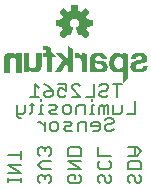
<source format=gbr>
G04 EAGLE Gerber RS-274X export*
G75*
%MOMM*%
%FSLAX34Y34*%
%LPD*%
%INSilkscreen Bottom*%
%IPPOS*%
%AMOC8*
5,1,8,0,0,1.08239X$1,22.5*%
G01*
%ADD10C,0.203200*%
%ADD11C,0.025400*%

G36*
X85520Y149371D02*
X85520Y149371D01*
X85628Y149381D01*
X85641Y149387D01*
X85655Y149389D01*
X85752Y149437D01*
X85851Y149482D01*
X85864Y149493D01*
X85873Y149497D01*
X85888Y149513D01*
X85965Y149575D01*
X88550Y152160D01*
X88613Y152249D01*
X88679Y152334D01*
X88684Y152347D01*
X88692Y152359D01*
X88723Y152462D01*
X88759Y152565D01*
X88759Y152579D01*
X88763Y152592D01*
X88759Y152700D01*
X88760Y152809D01*
X88755Y152822D01*
X88755Y152836D01*
X88717Y152938D01*
X88682Y153040D01*
X88673Y153055D01*
X88669Y153064D01*
X88655Y153081D01*
X88601Y153163D01*
X85837Y156553D01*
X86394Y157635D01*
X86400Y157655D01*
X86442Y157750D01*
X86813Y158909D01*
X91164Y159352D01*
X91268Y159380D01*
X91374Y159405D01*
X91386Y159412D01*
X91399Y159415D01*
X91489Y159476D01*
X91582Y159533D01*
X91590Y159544D01*
X91602Y159552D01*
X91668Y159638D01*
X91737Y159722D01*
X91741Y159735D01*
X91750Y159746D01*
X91784Y159849D01*
X91823Y159950D01*
X91824Y159968D01*
X91828Y159977D01*
X91828Y159999D01*
X91837Y160097D01*
X91837Y163753D01*
X91820Y163860D01*
X91806Y163968D01*
X91800Y163980D01*
X91798Y163994D01*
X91746Y164090D01*
X91699Y164187D01*
X91689Y164197D01*
X91683Y164209D01*
X91603Y164283D01*
X91527Y164360D01*
X91515Y164366D01*
X91505Y164376D01*
X91406Y164421D01*
X91309Y164469D01*
X91291Y164473D01*
X91282Y164477D01*
X91261Y164479D01*
X91164Y164498D01*
X86813Y164941D01*
X86442Y166100D01*
X86433Y166118D01*
X86431Y166125D01*
X86427Y166132D01*
X86394Y166215D01*
X85837Y167297D01*
X88601Y170687D01*
X88655Y170781D01*
X88712Y170873D01*
X88715Y170886D01*
X88722Y170898D01*
X88743Y171005D01*
X88768Y171110D01*
X88766Y171124D01*
X88769Y171138D01*
X88754Y171245D01*
X88744Y171353D01*
X88738Y171366D01*
X88736Y171380D01*
X88688Y171477D01*
X88643Y171576D01*
X88632Y171589D01*
X88628Y171598D01*
X88612Y171613D01*
X88550Y171690D01*
X85965Y174275D01*
X85876Y174338D01*
X85791Y174404D01*
X85778Y174409D01*
X85766Y174417D01*
X85663Y174448D01*
X85560Y174484D01*
X85546Y174484D01*
X85533Y174488D01*
X85425Y174484D01*
X85316Y174485D01*
X85303Y174480D01*
X85289Y174480D01*
X85187Y174442D01*
X85085Y174407D01*
X85070Y174398D01*
X85061Y174394D01*
X85044Y174380D01*
X84962Y174326D01*
X81572Y171562D01*
X80490Y172119D01*
X80470Y172125D01*
X80375Y172167D01*
X79216Y172538D01*
X78773Y176889D01*
X78745Y176993D01*
X78720Y177099D01*
X78713Y177111D01*
X78710Y177124D01*
X78649Y177214D01*
X78592Y177307D01*
X78581Y177315D01*
X78573Y177327D01*
X78487Y177393D01*
X78403Y177462D01*
X78390Y177466D01*
X78379Y177475D01*
X78276Y177509D01*
X78175Y177548D01*
X78157Y177549D01*
X78148Y177553D01*
X78126Y177553D01*
X78028Y177562D01*
X74372Y177562D01*
X74265Y177545D01*
X74157Y177531D01*
X74145Y177525D01*
X74131Y177523D01*
X74035Y177471D01*
X73938Y177424D01*
X73928Y177414D01*
X73916Y177408D01*
X73842Y177328D01*
X73765Y177252D01*
X73759Y177240D01*
X73749Y177230D01*
X73704Y177131D01*
X73656Y177034D01*
X73652Y177016D01*
X73648Y177007D01*
X73646Y176986D01*
X73627Y176889D01*
X73184Y172538D01*
X72025Y172167D01*
X72007Y172157D01*
X71910Y172119D01*
X70828Y171562D01*
X67438Y174326D01*
X67344Y174380D01*
X67252Y174437D01*
X67239Y174440D01*
X67227Y174447D01*
X67120Y174468D01*
X67015Y174493D01*
X67001Y174491D01*
X66987Y174494D01*
X66880Y174479D01*
X66772Y174469D01*
X66759Y174463D01*
X66746Y174461D01*
X66648Y174413D01*
X66549Y174368D01*
X66536Y174357D01*
X66527Y174353D01*
X66512Y174337D01*
X66435Y174275D01*
X63850Y171690D01*
X63787Y171601D01*
X63721Y171516D01*
X63716Y171503D01*
X63708Y171491D01*
X63677Y171388D01*
X63641Y171285D01*
X63641Y171271D01*
X63637Y171258D01*
X63641Y171150D01*
X63640Y171041D01*
X63645Y171028D01*
X63645Y171014D01*
X63683Y170912D01*
X63718Y170810D01*
X63727Y170795D01*
X63731Y170786D01*
X63745Y170769D01*
X63799Y170687D01*
X66563Y167297D01*
X66006Y166215D01*
X66000Y166195D01*
X65958Y166100D01*
X65587Y164941D01*
X61236Y164498D01*
X61132Y164470D01*
X61026Y164445D01*
X61014Y164438D01*
X61001Y164435D01*
X60911Y164374D01*
X60818Y164317D01*
X60810Y164306D01*
X60798Y164298D01*
X60732Y164212D01*
X60664Y164128D01*
X60659Y164115D01*
X60650Y164104D01*
X60616Y164001D01*
X60577Y163900D01*
X60576Y163882D01*
X60572Y163873D01*
X60573Y163851D01*
X60563Y163753D01*
X60563Y160097D01*
X60580Y159990D01*
X60594Y159882D01*
X60600Y159870D01*
X60602Y159856D01*
X60654Y159760D01*
X60701Y159663D01*
X60711Y159653D01*
X60717Y159641D01*
X60797Y159567D01*
X60873Y159490D01*
X60885Y159484D01*
X60896Y159474D01*
X60994Y159429D01*
X61091Y159381D01*
X61109Y159377D01*
X61118Y159373D01*
X61139Y159371D01*
X61236Y159352D01*
X65587Y158909D01*
X65958Y157750D01*
X65968Y157732D01*
X66006Y157635D01*
X66563Y156553D01*
X63799Y153163D01*
X63745Y153069D01*
X63688Y152977D01*
X63685Y152964D01*
X63678Y152952D01*
X63657Y152845D01*
X63632Y152740D01*
X63634Y152726D01*
X63631Y152712D01*
X63646Y152605D01*
X63656Y152497D01*
X63662Y152484D01*
X63664Y152471D01*
X63712Y152373D01*
X63757Y152274D01*
X63768Y152261D01*
X63772Y152252D01*
X63788Y152237D01*
X63850Y152160D01*
X66435Y149575D01*
X66524Y149512D01*
X66609Y149446D01*
X66622Y149441D01*
X66634Y149433D01*
X66737Y149402D01*
X66840Y149366D01*
X66854Y149366D01*
X66867Y149362D01*
X66975Y149366D01*
X67084Y149365D01*
X67097Y149370D01*
X67111Y149370D01*
X67213Y149408D01*
X67315Y149443D01*
X67330Y149452D01*
X67339Y149456D01*
X67356Y149470D01*
X67438Y149524D01*
X70828Y152288D01*
X71910Y151731D01*
X71963Y151714D01*
X72012Y151688D01*
X72078Y151677D01*
X72142Y151656D01*
X72198Y151657D01*
X72252Y151648D01*
X72319Y151659D01*
X72386Y151660D01*
X72438Y151678D01*
X72493Y151687D01*
X72553Y151719D01*
X72616Y151742D01*
X72659Y151776D01*
X72709Y151802D01*
X72755Y151851D01*
X72807Y151893D01*
X72838Y151940D01*
X72876Y151980D01*
X72932Y152085D01*
X72940Y152098D01*
X72941Y152103D01*
X72945Y152110D01*
X75098Y157307D01*
X75118Y157390D01*
X75123Y157403D01*
X75125Y157419D01*
X75150Y157504D01*
X75149Y157525D01*
X75154Y157545D01*
X75146Y157627D01*
X75147Y157646D01*
X75143Y157666D01*
X75139Y157747D01*
X75132Y157767D01*
X75130Y157788D01*
X75098Y157857D01*
X75092Y157884D01*
X75077Y157908D01*
X75051Y157975D01*
X75038Y157991D01*
X75029Y158010D01*
X74984Y158059D01*
X74964Y158091D01*
X74933Y158116D01*
X74895Y158162D01*
X74872Y158178D01*
X74862Y158188D01*
X74841Y158200D01*
X74776Y158245D01*
X74775Y158246D01*
X74774Y158247D01*
X73875Y158753D01*
X73188Y159397D01*
X72673Y160185D01*
X72361Y161073D01*
X72269Y162010D01*
X72402Y162942D01*
X72753Y163816D01*
X73302Y164581D01*
X74016Y165194D01*
X74856Y165619D01*
X75773Y165833D01*
X76714Y165823D01*
X77626Y165589D01*
X78456Y165146D01*
X79157Y164517D01*
X79689Y163740D01*
X80020Y162859D01*
X80133Y161924D01*
X80025Y161007D01*
X79705Y160139D01*
X79191Y159370D01*
X78512Y158743D01*
X77628Y158248D01*
X77586Y158215D01*
X77544Y158192D01*
X77513Y158159D01*
X77465Y158124D01*
X77453Y158108D01*
X77437Y158095D01*
X77402Y158040D01*
X77377Y158014D01*
X77364Y157984D01*
X77322Y157926D01*
X77316Y157907D01*
X77306Y157890D01*
X77287Y157815D01*
X77277Y157792D01*
X77274Y157768D01*
X77251Y157693D01*
X77252Y157673D01*
X77247Y157653D01*
X77254Y157567D01*
X77253Y157549D01*
X77256Y157533D01*
X77259Y157449D01*
X77267Y157424D01*
X77268Y157410D01*
X77278Y157388D01*
X77302Y157307D01*
X78231Y155064D01*
X78231Y155063D01*
X79162Y152816D01*
X79163Y152816D01*
X79455Y152110D01*
X79484Y152063D01*
X79505Y152011D01*
X79548Y151960D01*
X79584Y151903D01*
X79627Y151868D01*
X79663Y151825D01*
X79720Y151791D01*
X79772Y151748D01*
X79824Y151729D01*
X79872Y151700D01*
X79938Y151686D01*
X80001Y151662D01*
X80056Y151660D01*
X80110Y151649D01*
X80177Y151656D01*
X80244Y151654D01*
X80298Y151670D01*
X80353Y151677D01*
X80464Y151721D01*
X80478Y151725D01*
X80482Y151728D01*
X80490Y151731D01*
X81572Y152288D01*
X84962Y149524D01*
X85056Y149470D01*
X85148Y149413D01*
X85161Y149410D01*
X85173Y149403D01*
X85280Y149382D01*
X85385Y149357D01*
X85399Y149359D01*
X85413Y149356D01*
X85520Y149371D01*
G37*
G36*
X117413Y111178D02*
X117413Y111178D01*
X117416Y111177D01*
X117436Y111186D01*
X117496Y111209D01*
X121636Y114943D01*
X121639Y114949D01*
X121645Y114952D01*
X121668Y115012D01*
X121678Y115033D01*
X121677Y115035D01*
X121678Y115037D01*
X121678Y135611D01*
X121662Y135648D01*
X121652Y135687D01*
X121643Y135693D01*
X121639Y135702D01*
X121611Y135713D01*
X121575Y135735D01*
X117689Y136471D01*
X117674Y136468D01*
X117660Y136473D01*
X117628Y136458D01*
X117593Y136450D01*
X117585Y136437D01*
X117571Y136431D01*
X117557Y136392D01*
X117541Y136367D01*
X117543Y136356D01*
X117539Y136345D01*
X117563Y134428D01*
X117429Y134577D01*
X117429Y134578D01*
X117428Y134579D01*
X116539Y135544D01*
X116533Y135546D01*
X116530Y135553D01*
X116186Y135854D01*
X116175Y135858D01*
X116167Y135868D01*
X115774Y136101D01*
X115764Y136102D01*
X115757Y136109D01*
X114436Y136642D01*
X114425Y136642D01*
X114415Y136649D01*
X113933Y136751D01*
X113921Y136748D01*
X113908Y136753D01*
X111927Y136778D01*
X111917Y136774D01*
X111904Y136776D01*
X110820Y136593D01*
X110809Y136586D01*
X110795Y136586D01*
X109771Y136186D01*
X109763Y136178D01*
X109752Y136176D01*
X108849Y135635D01*
X108844Y135629D01*
X108836Y135626D01*
X108011Y134973D01*
X108006Y134963D01*
X107995Y134958D01*
X107204Y134068D01*
X107200Y134055D01*
X107188Y134046D01*
X106608Y133005D01*
X106607Y132993D01*
X106598Y132982D01*
X105924Y130869D01*
X105925Y130858D01*
X105919Y130847D01*
X105636Y128647D01*
X105640Y128636D01*
X105636Y128624D01*
X105753Y126409D01*
X105758Y126399D01*
X105757Y126387D01*
X106080Y125011D01*
X106086Y125002D01*
X106086Y124990D01*
X106642Y123690D01*
X106650Y123682D01*
X106653Y123671D01*
X107425Y122486D01*
X107434Y122480D01*
X107438Y122469D01*
X108096Y121762D01*
X108106Y121758D01*
X108112Y121748D01*
X108880Y121163D01*
X108890Y121161D01*
X108898Y121152D01*
X109754Y120706D01*
X109765Y120705D01*
X109774Y120697D01*
X110693Y120403D01*
X110703Y120404D01*
X110712Y120398D01*
X111925Y120209D01*
X111933Y120211D01*
X111942Y120208D01*
X113169Y120191D01*
X113178Y120194D01*
X113187Y120192D01*
X114404Y120347D01*
X114414Y120352D01*
X114426Y120352D01*
X115271Y120616D01*
X115281Y120624D01*
X115295Y120627D01*
X116065Y121064D01*
X116073Y121074D01*
X116087Y121079D01*
X116746Y121669D01*
X116752Y121681D01*
X116764Y121689D01*
X117285Y122405D01*
X117285Y122407D01*
X117285Y111303D01*
X117304Y111259D01*
X117321Y111216D01*
X117323Y111215D01*
X117324Y111212D01*
X117368Y111195D01*
X117411Y111177D01*
X117413Y111178D01*
G37*
G36*
X99863Y120194D02*
X99863Y120194D01*
X99875Y120199D01*
X99888Y120197D01*
X101260Y120505D01*
X101271Y120513D01*
X101287Y120514D01*
X102556Y121120D01*
X102564Y121130D01*
X102578Y121134D01*
X103027Y121476D01*
X103033Y121486D01*
X103044Y121492D01*
X103421Y121912D01*
X103425Y121923D01*
X103436Y121931D01*
X103728Y122414D01*
X103729Y122425D01*
X103738Y122435D01*
X104111Y123428D01*
X104110Y123439D01*
X104117Y123450D01*
X104305Y124494D01*
X104303Y124505D01*
X104307Y124517D01*
X104305Y125578D01*
X104302Y125585D01*
X104303Y125588D01*
X104300Y125595D01*
X104302Y125605D01*
X104096Y126546D01*
X104087Y126558D01*
X104085Y126575D01*
X103657Y127437D01*
X103646Y127446D01*
X103641Y127461D01*
X103143Y128070D01*
X103138Y128073D01*
X103136Y128077D01*
X103131Y128079D01*
X103125Y128088D01*
X102516Y128586D01*
X102504Y128589D01*
X102495Y128600D01*
X101798Y128966D01*
X101788Y128967D01*
X101779Y128974D01*
X100294Y129458D01*
X100285Y129457D01*
X100277Y129462D01*
X98740Y129740D01*
X98735Y129739D01*
X98731Y129742D01*
X96525Y129970D01*
X95219Y130196D01*
X94749Y130361D01*
X94322Y130607D01*
X94037Y130868D01*
X93978Y130955D01*
X93935Y131052D01*
X93824Y131573D01*
X93824Y132104D01*
X93935Y132625D01*
X94074Y132939D01*
X94274Y133218D01*
X94526Y133452D01*
X94841Y133645D01*
X95187Y133773D01*
X95555Y133834D01*
X96910Y133884D01*
X97498Y133830D01*
X98059Y133665D01*
X98522Y133410D01*
X98912Y133054D01*
X99207Y132616D01*
X99391Y132121D01*
X99454Y131590D01*
X99454Y131547D01*
X99455Y131545D01*
X99454Y131543D01*
X99474Y131500D01*
X99493Y131456D01*
X99495Y131456D01*
X99496Y131454D01*
X99581Y131421D01*
X103722Y131421D01*
X103723Y131419D01*
X103765Y131409D01*
X103806Y131395D01*
X103812Y131398D01*
X103819Y131397D01*
X103844Y131413D01*
X103889Y131434D01*
X103913Y131459D01*
X103914Y131460D01*
X103930Y131502D01*
X103949Y131551D01*
X103949Y131552D01*
X103929Y131594D01*
X103909Y131637D01*
X103788Y132528D01*
X103781Y132539D01*
X103781Y132554D01*
X103447Y133495D01*
X103438Y133505D01*
X103436Y133519D01*
X102916Y134372D01*
X102906Y134380D01*
X102901Y134393D01*
X102217Y135123D01*
X102206Y135128D01*
X102198Y135140D01*
X101380Y135714D01*
X101369Y135717D01*
X101360Y135726D01*
X100202Y136255D01*
X100191Y136255D01*
X100182Y136262D01*
X98954Y136596D01*
X98945Y136595D01*
X98936Y136599D01*
X97195Y136813D01*
X97187Y136810D01*
X97179Y136813D01*
X95426Y136805D01*
X95418Y136802D01*
X95410Y136804D01*
X93671Y136574D01*
X93662Y136569D01*
X93651Y136570D01*
X92237Y136145D01*
X92228Y136137D01*
X92215Y136136D01*
X90911Y135442D01*
X90903Y135432D01*
X90888Y135427D01*
X90326Y134944D01*
X90320Y134930D01*
X90306Y134921D01*
X89878Y134316D01*
X89875Y134301D01*
X89864Y134289D01*
X89597Y133598D01*
X89597Y133583D01*
X89589Y133568D01*
X89498Y132833D01*
X89500Y132825D01*
X89497Y132817D01*
X89497Y127991D01*
X89498Y127989D01*
X89497Y127987D01*
X89504Y127972D01*
X89472Y127888D01*
X89497Y123550D01*
X89395Y122213D01*
X89046Y120918D01*
X88972Y120719D01*
X88973Y120694D01*
X88964Y120671D01*
X88975Y120647D01*
X88977Y120621D01*
X88995Y120604D01*
X89006Y120582D01*
X89032Y120571D01*
X89050Y120555D01*
X89070Y120557D01*
X89091Y120549D01*
X93124Y120549D01*
X93161Y120546D01*
X93189Y120555D01*
X93228Y120559D01*
X93265Y120578D01*
X93285Y120600D01*
X93316Y120624D01*
X93338Y120660D01*
X93341Y120677D01*
X93352Y120693D01*
X93428Y120973D01*
X93428Y120976D01*
X93430Y120979D01*
X93656Y122008D01*
X93666Y122031D01*
X93672Y122037D01*
X93681Y122039D01*
X93689Y122038D01*
X93714Y122022D01*
X94541Y121319D01*
X94552Y121315D01*
X94560Y121305D01*
X95511Y120765D01*
X95523Y120764D01*
X95533Y120756D01*
X96568Y120403D01*
X96579Y120404D01*
X96590Y120398D01*
X98207Y120157D01*
X98218Y120160D01*
X98229Y120156D01*
X99863Y120194D01*
G37*
G36*
X74997Y120423D02*
X74997Y120423D01*
X75000Y120422D01*
X75083Y120459D01*
X75134Y120510D01*
X75135Y120513D01*
X75138Y120514D01*
X75171Y120599D01*
X75171Y139929D01*
X75163Y139948D01*
X75165Y139968D01*
X75143Y139995D01*
X75132Y140020D01*
X75118Y140025D01*
X75107Y140039D01*
X70967Y142401D01*
X70933Y142405D01*
X70900Y142417D01*
X70886Y142410D01*
X70869Y142412D01*
X70842Y142390D01*
X70811Y142376D01*
X70805Y142360D01*
X70793Y142350D01*
X70791Y142323D01*
X70778Y142291D01*
X70778Y130861D01*
X65304Y136335D01*
X65301Y136337D01*
X65299Y136339D01*
X65215Y136372D01*
X60541Y136372D01*
X60539Y136372D01*
X60537Y136372D01*
X60494Y136352D01*
X60450Y136334D01*
X60449Y136332D01*
X60447Y136331D01*
X60432Y136287D01*
X60414Y136242D01*
X60415Y136240D01*
X60414Y136239D01*
X60452Y136156D01*
X66143Y130590D01*
X59546Y120695D01*
X59539Y120657D01*
X59525Y120620D01*
X59530Y120610D01*
X59528Y120598D01*
X59551Y120567D01*
X59567Y120531D01*
X59579Y120527D01*
X59585Y120518D01*
X59614Y120513D01*
X59652Y120499D01*
X64732Y120524D01*
X64749Y120531D01*
X64767Y120529D01*
X64797Y120551D01*
X64823Y120563D01*
X64827Y120575D01*
X64839Y120585D01*
X69073Y127563D01*
X70727Y125956D01*
X70727Y120548D01*
X70728Y120546D01*
X70727Y120544D01*
X70747Y120501D01*
X70766Y120457D01*
X70768Y120457D01*
X70769Y120455D01*
X70854Y120422D01*
X74994Y120422D01*
X74997Y120423D01*
G37*
G36*
X43428Y120122D02*
X43428Y120122D01*
X43439Y120119D01*
X44473Y120266D01*
X44483Y120272D01*
X44496Y120272D01*
X45482Y120615D01*
X45491Y120623D01*
X45504Y120625D01*
X46406Y121151D01*
X46414Y121161D01*
X46427Y121166D01*
X46681Y121394D01*
X46686Y121405D01*
X46698Y121413D01*
X47358Y122298D01*
X47361Y122309D01*
X47370Y122318D01*
X47858Y123308D01*
X47859Y123320D01*
X47866Y123330D01*
X48166Y124393D01*
X48165Y124404D01*
X48170Y124416D01*
X48271Y125515D01*
X48269Y125521D01*
X48272Y125527D01*
X48272Y136322D01*
X48271Y136324D01*
X48272Y136326D01*
X48252Y136369D01*
X48233Y136413D01*
X48231Y136413D01*
X48230Y136415D01*
X48146Y136448D01*
X44006Y136448D01*
X44004Y136447D01*
X44001Y136448D01*
X43958Y136428D01*
X43915Y136410D01*
X43914Y136408D01*
X43912Y136407D01*
X43879Y136322D01*
X43879Y126325D01*
X43731Y125495D01*
X43388Y124727D01*
X43116Y124365D01*
X42775Y124064D01*
X42379Y123839D01*
X41691Y123616D01*
X40972Y123536D01*
X40251Y123603D01*
X39560Y123815D01*
X39049Y124103D01*
X38619Y124500D01*
X38291Y124985D01*
X38083Y125535D01*
X37858Y126739D01*
X37782Y127969D01*
X37782Y136271D01*
X37781Y136273D01*
X37782Y136275D01*
X37762Y136318D01*
X37743Y136362D01*
X37741Y136362D01*
X37740Y136364D01*
X37656Y136397D01*
X33440Y136397D01*
X33438Y136396D01*
X33435Y136397D01*
X33392Y136377D01*
X33349Y136359D01*
X33348Y136357D01*
X33346Y136356D01*
X33313Y136271D01*
X33313Y120650D01*
X33314Y120648D01*
X33313Y120646D01*
X33333Y120603D01*
X33352Y120559D01*
X33354Y120559D01*
X33355Y120557D01*
X33440Y120524D01*
X37453Y120524D01*
X37455Y120525D01*
X37457Y120524D01*
X37500Y120544D01*
X37543Y120562D01*
X37544Y120564D01*
X37546Y120565D01*
X37579Y120650D01*
X37579Y122707D01*
X38086Y122066D01*
X38094Y122062D01*
X38098Y122053D01*
X38925Y121268D01*
X38933Y121265D01*
X38939Y121257D01*
X39869Y120598D01*
X39878Y120596D01*
X39885Y120588D01*
X40131Y120466D01*
X40141Y120465D01*
X40150Y120458D01*
X40413Y120377D01*
X40422Y120378D01*
X40431Y120373D01*
X41908Y120150D01*
X41916Y120152D01*
X41925Y120148D01*
X43419Y120118D01*
X43428Y120122D01*
G37*
G36*
X30952Y120449D02*
X30952Y120449D01*
X30954Y120448D01*
X30997Y120468D01*
X31040Y120486D01*
X31041Y120488D01*
X31043Y120489D01*
X31076Y120574D01*
X31076Y136296D01*
X31075Y136298D01*
X31076Y136300D01*
X31056Y136343D01*
X31037Y136387D01*
X31035Y136387D01*
X31034Y136389D01*
X30950Y136422D01*
X26912Y136422D01*
X26910Y136421D01*
X26907Y136422D01*
X26864Y136402D01*
X26821Y136384D01*
X26820Y136382D01*
X26818Y136381D01*
X26785Y136296D01*
X26785Y134228D01*
X26743Y134257D01*
X26630Y134393D01*
X26352Y134771D01*
X26348Y134773D01*
X26347Y134778D01*
X25945Y135251D01*
X25937Y135255D01*
X25933Y135263D01*
X25738Y135439D01*
X25598Y135565D01*
X25472Y135679D01*
X25462Y135682D01*
X25455Y135692D01*
X24556Y136259D01*
X24544Y136262D01*
X24533Y136271D01*
X23536Y136640D01*
X23523Y136640D01*
X23511Y136647D01*
X22459Y136802D01*
X22449Y136799D01*
X22437Y136803D01*
X20431Y136753D01*
X20421Y136749D01*
X20409Y136751D01*
X19431Y136545D01*
X19420Y136537D01*
X19404Y136536D01*
X18499Y136114D01*
X18490Y136103D01*
X18474Y136099D01*
X17689Y135481D01*
X17683Y135470D01*
X17671Y135464D01*
X17182Y134889D01*
X17179Y134878D01*
X17170Y134871D01*
X16785Y134222D01*
X16784Y134211D01*
X16776Y134202D01*
X16507Y133497D01*
X16507Y133488D01*
X16501Y133479D01*
X16261Y132372D01*
X16263Y132363D01*
X16259Y132355D01*
X16169Y131226D01*
X16170Y131221D01*
X16168Y131216D01*
X16168Y120675D01*
X16169Y120673D01*
X16168Y120671D01*
X16188Y120628D01*
X16207Y120584D01*
X16209Y120584D01*
X16210Y120582D01*
X16295Y120549D01*
X20384Y120549D01*
X20386Y120550D01*
X20388Y120549D01*
X20431Y120569D01*
X20474Y120587D01*
X20475Y120589D01*
X20477Y120590D01*
X20510Y120675D01*
X20510Y130321D01*
X20575Y131039D01*
X20765Y131727D01*
X21076Y132369D01*
X21372Y132756D01*
X21746Y133065D01*
X22181Y133282D01*
X22481Y133359D01*
X22797Y133376D01*
X23902Y133326D01*
X24458Y133239D01*
X24973Y133035D01*
X25431Y132721D01*
X25947Y132152D01*
X26311Y131473D01*
X26527Y130723D01*
X26607Y129940D01*
X26607Y120574D01*
X26608Y120572D01*
X26607Y120570D01*
X26627Y120527D01*
X26646Y120483D01*
X26648Y120483D01*
X26649Y120481D01*
X26734Y120448D01*
X30950Y120448D01*
X30952Y120449D01*
G37*
G36*
X130646Y120170D02*
X130646Y120170D01*
X130653Y120168D01*
X133219Y120346D01*
X133228Y120351D01*
X133239Y120349D01*
X134160Y120561D01*
X134170Y120569D01*
X134184Y120570D01*
X135042Y120967D01*
X135047Y120974D01*
X135056Y120976D01*
X136250Y121738D01*
X136255Y121744D01*
X136264Y121747D01*
X136778Y122178D01*
X136784Y122189D01*
X136796Y122195D01*
X137216Y122719D01*
X137219Y122730D01*
X137229Y122739D01*
X137539Y123335D01*
X137539Y123344D01*
X137546Y123352D01*
X137978Y124622D01*
X137977Y124632D01*
X137983Y124641D01*
X138085Y125225D01*
X138083Y125232D01*
X138086Y125238D01*
X138111Y125594D01*
X138110Y125598D01*
X138111Y125601D01*
X138110Y125603D01*
X138112Y125607D01*
X138099Y125633D01*
X138097Y125663D01*
X138095Y125664D01*
X138095Y125665D01*
X138084Y125674D01*
X138079Y125687D01*
X138073Y125690D01*
X138070Y125696D01*
X138041Y125708D01*
X138020Y125724D01*
X138018Y125724D01*
X138017Y125725D01*
X138002Y125724D01*
X137990Y125729D01*
X137988Y125728D01*
X137986Y125729D01*
X134125Y125729D01*
X134123Y125728D01*
X134120Y125729D01*
X134077Y125709D01*
X134034Y125691D01*
X134033Y125689D01*
X134031Y125688D01*
X133998Y125603D01*
X133998Y125556D01*
X133969Y125059D01*
X133823Y124597D01*
X133568Y124183D01*
X133463Y124078D01*
X133337Y123952D01*
X133126Y123740D01*
X132599Y123403D01*
X132011Y123186D01*
X131449Y123113D01*
X130119Y123113D01*
X129517Y123187D01*
X128949Y123384D01*
X128437Y123696D01*
X128149Y123980D01*
X127941Y124325D01*
X127824Y124710D01*
X127807Y125114D01*
X127891Y125509D01*
X128072Y125871D01*
X128337Y126175D01*
X128673Y126406D01*
X129781Y126876D01*
X130954Y127182D01*
X134586Y128045D01*
X134592Y128050D01*
X134601Y128050D01*
X135409Y128356D01*
X135416Y128362D01*
X135427Y128364D01*
X136178Y128791D01*
X136184Y128798D01*
X136194Y128802D01*
X136870Y129339D01*
X136875Y129349D01*
X136887Y129355D01*
X137223Y129740D01*
X137227Y129753D01*
X137238Y129762D01*
X137487Y130209D01*
X137489Y130222D01*
X137498Y130233D01*
X137649Y130722D01*
X137648Y130734D01*
X137654Y130747D01*
X137760Y131883D01*
X137756Y131896D01*
X137760Y131909D01*
X137631Y133043D01*
X137625Y133054D01*
X137625Y133068D01*
X137267Y134152D01*
X137259Y134161D01*
X137257Y134175D01*
X136958Y134697D01*
X136948Y134704D01*
X136944Y134717D01*
X136549Y135172D01*
X136538Y135177D01*
X136531Y135189D01*
X136056Y135558D01*
X136045Y135561D01*
X136036Y135570D01*
X134755Y136224D01*
X134743Y136225D01*
X134733Y136232D01*
X133355Y136643D01*
X133344Y136642D01*
X133333Y136648D01*
X131903Y136803D01*
X131897Y136801D01*
X131890Y136803D01*
X130087Y136803D01*
X130081Y136801D01*
X130074Y136803D01*
X128681Y136663D01*
X128672Y136658D01*
X128660Y136659D01*
X127309Y136291D01*
X127300Y136284D01*
X127287Y136282D01*
X126190Y135744D01*
X126181Y135734D01*
X126167Y135730D01*
X125207Y134973D01*
X125202Y134963D01*
X125191Y134958D01*
X124842Y134562D01*
X124840Y134557D01*
X124838Y134553D01*
X124831Y134547D01*
X124545Y134105D01*
X124543Y134095D01*
X124535Y134088D01*
X124179Y133300D01*
X124179Y133295D01*
X124176Y133291D01*
X123973Y132733D01*
X123974Y132709D01*
X123969Y132697D01*
X123973Y132690D01*
X123968Y132665D01*
X123977Y132651D01*
X123968Y132639D01*
X123969Y132633D01*
X123966Y132626D01*
X123890Y131915D01*
X123892Y131909D01*
X123890Y131905D01*
X123891Y131903D01*
X123889Y131898D01*
X123907Y131861D01*
X123919Y131821D01*
X123927Y131817D01*
X123931Y131809D01*
X123980Y131789D01*
X124006Y131776D01*
X124011Y131778D01*
X124016Y131776D01*
X127902Y131776D01*
X127946Y131794D01*
X127990Y131812D01*
X127991Y131813D01*
X127992Y131814D01*
X128000Y131833D01*
X128028Y131894D01*
X128043Y132154D01*
X128098Y132397D01*
X128249Y132749D01*
X128466Y133062D01*
X128742Y133326D01*
X129165Y133597D01*
X129631Y133786D01*
X130127Y133884D01*
X130975Y133928D01*
X131823Y133884D01*
X132273Y133799D01*
X132697Y133642D01*
X132997Y133447D01*
X133230Y133179D01*
X133386Y132837D01*
X133433Y132465D01*
X133368Y132096D01*
X133185Y131735D01*
X132950Y131492D01*
X132902Y131442D01*
X132226Y131026D01*
X131475Y130754D01*
X129452Y130350D01*
X129451Y130349D01*
X129449Y130349D01*
X127727Y129968D01*
X127720Y129963D01*
X127710Y129963D01*
X126055Y129353D01*
X126048Y129347D01*
X126039Y129346D01*
X125282Y128941D01*
X125277Y128934D01*
X125267Y128931D01*
X124576Y128423D01*
X124570Y128413D01*
X124559Y128408D01*
X124227Y128058D01*
X124222Y128046D01*
X124210Y128037D01*
X123959Y127625D01*
X123957Y127611D01*
X123947Y127599D01*
X123609Y126596D01*
X123610Y126581D01*
X123603Y126567D01*
X123509Y125512D01*
X123512Y125503D01*
X123509Y125492D01*
X123585Y124451D01*
X123589Y124443D01*
X123587Y124433D01*
X123730Y123769D01*
X123737Y123759D01*
X123737Y123746D01*
X124003Y123121D01*
X124012Y123112D01*
X124015Y123100D01*
X124394Y122536D01*
X124403Y122529D01*
X124408Y122518D01*
X125134Y121775D01*
X125144Y121771D01*
X125151Y121760D01*
X125994Y121154D01*
X126005Y121152D01*
X126013Y121143D01*
X126949Y120692D01*
X126960Y120691D01*
X126969Y120684D01*
X127969Y120402D01*
X127978Y120403D01*
X127986Y120398D01*
X129301Y120216D01*
X129307Y120218D01*
X129314Y120215D01*
X130640Y120168D01*
X130646Y120170D01*
G37*
G36*
X56784Y120449D02*
X56784Y120449D01*
X56786Y120448D01*
X56829Y120468D01*
X56872Y120486D01*
X56873Y120488D01*
X56875Y120489D01*
X56908Y120574D01*
X56908Y133454D01*
X60770Y133478D01*
X60771Y133478D01*
X60772Y133478D01*
X60816Y133498D01*
X60861Y133517D01*
X60862Y133518D01*
X60878Y133563D01*
X60896Y133609D01*
X60895Y133609D01*
X60896Y133610D01*
X60859Y133693D01*
X58192Y136360D01*
X58189Y136362D01*
X58187Y136364D01*
X58103Y136397D01*
X56857Y136397D01*
X56857Y136728D01*
X56855Y136733D01*
X56856Y136738D01*
X56679Y138872D01*
X56674Y138882D01*
X56674Y138883D01*
X56675Y138884D01*
X56675Y138885D01*
X56676Y138894D01*
X56527Y139461D01*
X56520Y139470D01*
X56519Y139482D01*
X56271Y140013D01*
X56263Y140021D01*
X56259Y140033D01*
X55919Y140510D01*
X55909Y140516D01*
X55904Y140528D01*
X55161Y141238D01*
X55150Y141242D01*
X55148Y141246D01*
X55145Y141247D01*
X55141Y141253D01*
X54274Y141803D01*
X54262Y141805D01*
X54252Y141814D01*
X53293Y142183D01*
X53281Y142183D01*
X53269Y142190D01*
X52257Y142364D01*
X52247Y142362D01*
X52236Y142366D01*
X50686Y142366D01*
X50682Y142365D01*
X50678Y142366D01*
X49361Y142290D01*
X49340Y142290D01*
X49338Y142289D01*
X49335Y142290D01*
X49292Y142270D01*
X49249Y142252D01*
X49248Y142250D01*
X49246Y142249D01*
X49213Y142164D01*
X49213Y139141D01*
X49214Y139139D01*
X49213Y139137D01*
X49233Y139094D01*
X49252Y139050D01*
X49254Y139050D01*
X49255Y139048D01*
X49340Y139015D01*
X49416Y139015D01*
X49421Y139017D01*
X49427Y139015D01*
X49707Y139041D01*
X50623Y139126D01*
X51523Y139043D01*
X51804Y138946D01*
X52044Y138776D01*
X52227Y138544D01*
X52401Y138121D01*
X52464Y137659D01*
X52464Y136397D01*
X49619Y136397D01*
X49617Y136396D01*
X49614Y136397D01*
X49571Y136377D01*
X49528Y136359D01*
X49527Y136357D01*
X49525Y136356D01*
X49492Y136271D01*
X49492Y133604D01*
X49493Y133602D01*
X49492Y133600D01*
X49512Y133557D01*
X49531Y133513D01*
X49533Y133513D01*
X49534Y133511D01*
X49619Y133478D01*
X52490Y133478D01*
X52490Y120574D01*
X52491Y120572D01*
X52490Y120570D01*
X52510Y120527D01*
X52529Y120483D01*
X52531Y120483D01*
X52532Y120481D01*
X52617Y120448D01*
X56782Y120448D01*
X56784Y120449D01*
G37*
G36*
X86909Y120550D02*
X86909Y120550D01*
X86911Y120549D01*
X86954Y120569D01*
X86997Y120587D01*
X86998Y120589D01*
X87000Y120590D01*
X87033Y120675D01*
X87007Y135560D01*
X86991Y135598D01*
X86980Y135637D01*
X86972Y135642D01*
X86968Y135651D01*
X86940Y135662D01*
X86903Y135684D01*
X83042Y136370D01*
X83028Y136367D01*
X83015Y136372D01*
X82982Y136357D01*
X82946Y136348D01*
X82938Y136337D01*
X82926Y136331D01*
X82910Y136290D01*
X82895Y136264D01*
X82897Y136255D01*
X82893Y136246D01*
X82893Y133466D01*
X82846Y133481D01*
X82668Y133749D01*
X81982Y134791D01*
X81976Y134795D01*
X81974Y134802D01*
X81657Y135185D01*
X81645Y135192D01*
X81637Y135205D01*
X81242Y135507D01*
X81238Y135508D01*
X81235Y135512D01*
X80346Y136097D01*
X80342Y136098D01*
X80340Y136101D01*
X79729Y136454D01*
X79716Y136456D01*
X79705Y136465D01*
X79036Y136688D01*
X79023Y136687D01*
X79011Y136693D01*
X78311Y136777D01*
X78300Y136774D01*
X78289Y136778D01*
X76917Y136702D01*
X76874Y136681D01*
X76830Y136661D01*
X76829Y136659D01*
X76828Y136659D01*
X76822Y136641D01*
X76797Y136576D01*
X76797Y132715D01*
X76798Y132713D01*
X76797Y132711D01*
X76817Y132668D01*
X76836Y132624D01*
X76838Y132624D01*
X76839Y132622D01*
X76924Y132589D01*
X76950Y132589D01*
X76959Y132593D01*
X76970Y132590D01*
X77122Y132615D01*
X77124Y132617D01*
X77127Y132616D01*
X77724Y132741D01*
X79250Y132741D01*
X79791Y132649D01*
X80309Y132468D01*
X80789Y132204D01*
X81455Y131644D01*
X81981Y130952D01*
X82342Y130159D01*
X82541Y129340D01*
X82614Y128494D01*
X82614Y120675D01*
X82615Y120673D01*
X82614Y120671D01*
X82634Y120628D01*
X82653Y120584D01*
X82655Y120584D01*
X82656Y120582D01*
X82741Y120549D01*
X86907Y120549D01*
X86909Y120550D01*
G37*
%LPC*%
G36*
X112447Y123616D02*
X112447Y123616D01*
X111708Y123954D01*
X111082Y124470D01*
X110609Y125128D01*
X110320Y125889D01*
X110016Y127836D01*
X110020Y129807D01*
X110210Y130777D01*
X110614Y131676D01*
X111210Y132462D01*
X111970Y133092D01*
X112470Y133352D01*
X113012Y133508D01*
X113579Y133554D01*
X114653Y133503D01*
X115025Y133429D01*
X115364Y133267D01*
X116076Y132711D01*
X116674Y132031D01*
X117087Y131324D01*
X117353Y130550D01*
X117463Y129735D01*
X117437Y127189D01*
X117313Y126420D01*
X117089Y125745D01*
X117090Y125733D01*
X117083Y125721D01*
X117078Y125684D01*
X117086Y125657D01*
X117086Y125646D01*
X117058Y125633D01*
X117014Y125613D01*
X117014Y125612D01*
X117013Y125612D01*
X116980Y125527D01*
X116980Y125489D01*
X116968Y125430D01*
X116927Y125370D01*
X116927Y125369D01*
X116926Y125368D01*
X116875Y125292D01*
X116873Y125286D01*
X116868Y125281D01*
X116568Y124717D01*
X116157Y124248D01*
X115647Y123885D01*
X114970Y123595D01*
X114248Y123443D01*
X113337Y123437D01*
X112447Y123616D01*
G37*
%LPD*%
%LPC*%
G36*
X95751Y123237D02*
X95751Y123237D01*
X95430Y123359D01*
X95138Y123544D01*
X94394Y124263D01*
X94244Y124482D01*
X94138Y124731D01*
X94090Y124896D01*
X93883Y125966D01*
X93814Y127055D01*
X93814Y127889D01*
X93813Y127891D01*
X93814Y127893D01*
X93794Y127936D01*
X93793Y127938D01*
X93814Y127991D01*
X93814Y128283D01*
X93955Y128156D01*
X93970Y128151D01*
X93982Y128138D01*
X94189Y128031D01*
X94200Y128030D01*
X94210Y128022D01*
X95175Y127734D01*
X95182Y127735D01*
X95189Y127731D01*
X96181Y127562D01*
X96185Y127563D01*
X96189Y127560D01*
X97632Y127408D01*
X98182Y127303D01*
X98700Y127106D01*
X99175Y126822D01*
X99442Y126578D01*
X99647Y126280D01*
X99867Y125738D01*
X99973Y125163D01*
X99963Y124578D01*
X99892Y124270D01*
X99757Y123985D01*
X99565Y123735D01*
X99204Y123438D01*
X98782Y123235D01*
X98321Y123138D01*
X96793Y123088D01*
X95751Y123237D01*
G37*
%LPD*%
D10*
X20066Y26982D02*
X20066Y30541D01*
X20066Y28762D02*
X30743Y28762D01*
X30743Y30541D02*
X30743Y26982D01*
X30743Y34778D02*
X20066Y34778D01*
X20066Y41896D02*
X30743Y34778D01*
X30743Y41896D02*
X20066Y41896D01*
X20066Y50031D02*
X30743Y50031D01*
X30743Y46472D02*
X30743Y53590D01*
X79764Y33377D02*
X81543Y31598D01*
X81543Y28039D01*
X79764Y26259D01*
X72646Y26259D01*
X70866Y28039D01*
X70866Y31598D01*
X72646Y33377D01*
X76205Y33377D01*
X76205Y29818D01*
X81543Y37953D02*
X70866Y37953D01*
X70866Y45071D02*
X81543Y37953D01*
X81543Y45071D02*
X70866Y45071D01*
X70866Y49647D02*
X81543Y49647D01*
X70866Y49647D02*
X70866Y54986D01*
X72646Y56765D01*
X79764Y56765D01*
X81543Y54986D01*
X81543Y49647D01*
X56143Y28039D02*
X54364Y26259D01*
X56143Y28039D02*
X56143Y31598D01*
X54364Y33377D01*
X52584Y33377D01*
X50805Y31598D01*
X50805Y29818D01*
X50805Y31598D02*
X49025Y33377D01*
X47246Y33377D01*
X45466Y31598D01*
X45466Y28039D01*
X47246Y26259D01*
X49025Y37953D02*
X56143Y37953D01*
X49025Y37953D02*
X45466Y41512D01*
X49025Y45071D01*
X56143Y45071D01*
X54364Y49647D02*
X56143Y51426D01*
X56143Y54986D01*
X54364Y56765D01*
X52584Y56765D01*
X50805Y54986D01*
X50805Y53206D01*
X50805Y54986D02*
X49025Y56765D01*
X47246Y56765D01*
X45466Y54986D01*
X45466Y51426D01*
X47246Y49647D01*
X105164Y33377D02*
X106943Y31598D01*
X106943Y28039D01*
X105164Y26259D01*
X103384Y26259D01*
X101605Y28039D01*
X101605Y31598D01*
X99825Y33377D01*
X98046Y33377D01*
X96266Y31598D01*
X96266Y28039D01*
X98046Y26259D01*
X106943Y43292D02*
X105164Y45071D01*
X106943Y43292D02*
X106943Y39733D01*
X105164Y37953D01*
X98046Y37953D01*
X96266Y39733D01*
X96266Y43292D01*
X98046Y45071D01*
X96266Y49647D02*
X106943Y49647D01*
X96266Y49647D02*
X96266Y56765D01*
X130564Y33377D02*
X132343Y31598D01*
X132343Y28039D01*
X130564Y26259D01*
X128784Y26259D01*
X127005Y28039D01*
X127005Y31598D01*
X125225Y33377D01*
X123446Y33377D01*
X121666Y31598D01*
X121666Y28039D01*
X123446Y26259D01*
X121666Y37953D02*
X132343Y37953D01*
X121666Y37953D02*
X121666Y43292D01*
X123446Y45071D01*
X130564Y45071D01*
X132343Y43292D01*
X132343Y37953D01*
X128784Y49647D02*
X121666Y49647D01*
X128784Y49647D02*
X132343Y53206D01*
X128784Y56765D01*
X121666Y56765D01*
X127005Y56765D02*
X127005Y49647D01*
X112554Y99441D02*
X112554Y110118D01*
X116113Y110118D02*
X108995Y110118D01*
X99080Y110118D02*
X97301Y108339D01*
X99080Y110118D02*
X102640Y110118D01*
X104419Y108339D01*
X104419Y106559D01*
X102640Y104780D01*
X99080Y104780D01*
X97301Y103000D01*
X97301Y101221D01*
X99080Y99441D01*
X102640Y99441D01*
X104419Y101221D01*
X92725Y99441D02*
X92725Y110118D01*
X92725Y99441D02*
X85607Y99441D01*
X81031Y99441D02*
X73913Y99441D01*
X81031Y99441D02*
X73913Y106559D01*
X73913Y108339D01*
X75693Y110118D01*
X79252Y110118D01*
X81031Y108339D01*
X69337Y110118D02*
X62219Y110118D01*
X69337Y110118D02*
X69337Y104780D01*
X65778Y106559D01*
X63999Y106559D01*
X62219Y104780D01*
X62219Y101221D01*
X63999Y99441D01*
X67558Y99441D01*
X69337Y101221D01*
X54084Y108339D02*
X50525Y110118D01*
X54084Y108339D02*
X57643Y104780D01*
X57643Y101221D01*
X55864Y99441D01*
X52305Y99441D01*
X50525Y101221D01*
X50525Y103000D01*
X52305Y104780D01*
X57643Y104780D01*
X45949Y106559D02*
X42390Y110118D01*
X42390Y99441D01*
X45949Y99441D02*
X38831Y99441D01*
X127807Y95831D02*
X127807Y85154D01*
X120689Y85154D01*
X116113Y86933D02*
X116113Y92272D01*
X116113Y86933D02*
X114334Y85154D01*
X108995Y85154D01*
X108995Y92272D01*
X104419Y92272D02*
X104419Y85154D01*
X104419Y92272D02*
X102640Y92272D01*
X100860Y90492D01*
X100860Y85154D01*
X100860Y90492D02*
X99080Y92272D01*
X97301Y90492D01*
X97301Y85154D01*
X92725Y92272D02*
X90946Y92272D01*
X90946Y85154D01*
X92725Y85154D02*
X89166Y85154D01*
X90946Y95831D02*
X90946Y97610D01*
X84929Y92272D02*
X84929Y85154D01*
X84929Y92272D02*
X79591Y92272D01*
X77811Y90492D01*
X77811Y85154D01*
X71456Y85154D02*
X67897Y85154D01*
X66117Y86933D01*
X66117Y90492D01*
X67897Y92272D01*
X71456Y92272D01*
X73235Y90492D01*
X73235Y86933D01*
X71456Y85154D01*
X61541Y85154D02*
X56203Y85154D01*
X54423Y86933D01*
X56203Y88713D01*
X59762Y88713D01*
X61541Y90492D01*
X59762Y92272D01*
X54423Y92272D01*
X49847Y92272D02*
X48068Y92272D01*
X48068Y85154D01*
X49847Y85154D02*
X46288Y85154D01*
X48068Y95831D02*
X48068Y97610D01*
X40272Y94051D02*
X40272Y86933D01*
X38492Y85154D01*
X38492Y92272D02*
X42051Y92272D01*
X34255Y92272D02*
X34255Y86933D01*
X32476Y85154D01*
X27137Y85154D01*
X27137Y83374D02*
X27137Y92272D01*
X27137Y83374D02*
X28917Y81594D01*
X30696Y81594D01*
X102173Y79764D02*
X103953Y81543D01*
X107512Y81543D01*
X109291Y79764D01*
X109291Y77984D01*
X107512Y76205D01*
X103953Y76205D01*
X102173Y74425D01*
X102173Y72646D01*
X103953Y70866D01*
X107512Y70866D01*
X109291Y72646D01*
X95818Y70866D02*
X92259Y70866D01*
X95818Y70866D02*
X97598Y72646D01*
X97598Y76205D01*
X95818Y77984D01*
X92259Y77984D01*
X90479Y76205D01*
X90479Y74425D01*
X97598Y74425D01*
X85904Y70866D02*
X85904Y77984D01*
X80565Y77984D01*
X78785Y76205D01*
X78785Y70866D01*
X74210Y70866D02*
X68871Y70866D01*
X67092Y72646D01*
X68871Y74425D01*
X72430Y74425D01*
X74210Y76205D01*
X72430Y77984D01*
X67092Y77984D01*
X60736Y70866D02*
X57177Y70866D01*
X55398Y72646D01*
X55398Y76205D01*
X57177Y77984D01*
X60736Y77984D01*
X62516Y76205D01*
X62516Y72646D01*
X60736Y70866D01*
X50822Y70866D02*
X50822Y77984D01*
X50822Y74425D02*
X47263Y77984D01*
X45483Y77984D01*
D11*
X30950Y120574D02*
X30950Y136296D01*
X26912Y136296D01*
X26912Y134087D01*
X26836Y134087D01*
X26835Y134087D02*
X26807Y134089D01*
X26779Y134093D01*
X26752Y134102D01*
X26726Y134113D01*
X26701Y134127D01*
X26678Y134144D01*
X26657Y134163D01*
X26613Y134212D01*
X26570Y134263D01*
X26530Y134315D01*
X26250Y134696D01*
X26251Y134696D02*
X26176Y134794D01*
X26098Y134891D01*
X26017Y134986D01*
X25934Y135078D01*
X25849Y135169D01*
X25761Y135257D01*
X25671Y135342D01*
X25579Y135426D01*
X25485Y135506D01*
X25388Y135585D01*
X25277Y135670D01*
X25165Y135751D01*
X25050Y135830D01*
X24933Y135905D01*
X24815Y135977D01*
X24694Y136046D01*
X24572Y136111D01*
X24447Y136174D01*
X24321Y136232D01*
X24194Y136288D01*
X24065Y136339D01*
X23935Y136388D01*
X23803Y136432D01*
X23671Y136473D01*
X23537Y136511D01*
X23402Y136545D01*
X23267Y136575D01*
X23130Y136601D01*
X22993Y136624D01*
X22856Y136643D01*
X22717Y136658D01*
X22579Y136670D01*
X22440Y136677D01*
X22105Y136687D01*
X21771Y136690D01*
X21436Y136685D01*
X21102Y136673D01*
X20768Y136654D01*
X20434Y136627D01*
X20435Y136627D02*
X20305Y136613D01*
X20175Y136595D01*
X20047Y136573D01*
X19919Y136548D01*
X19792Y136518D01*
X19665Y136485D01*
X19540Y136448D01*
X19416Y136407D01*
X19293Y136363D01*
X19172Y136315D01*
X19052Y136263D01*
X18934Y136208D01*
X18817Y136149D01*
X18703Y136087D01*
X18590Y136022D01*
X18479Y135953D01*
X18370Y135880D01*
X18264Y135805D01*
X18160Y135726D01*
X18058Y135645D01*
X17959Y135560D01*
X17862Y135472D01*
X17768Y135382D01*
X17680Y135292D01*
X17594Y135199D01*
X17511Y135105D01*
X17431Y135008D01*
X17354Y134908D01*
X17279Y134807D01*
X17207Y134703D01*
X17139Y134598D01*
X17073Y134490D01*
X17010Y134381D01*
X16951Y134270D01*
X16894Y134157D01*
X16841Y134043D01*
X16791Y133927D01*
X16745Y133810D01*
X16701Y133692D01*
X16662Y133572D01*
X16625Y133452D01*
X16624Y133452D02*
X16569Y133253D01*
X16520Y133053D01*
X16475Y132852D01*
X16435Y132650D01*
X16400Y132447D01*
X16370Y132243D01*
X16345Y132038D01*
X16324Y131833D01*
X16309Y131628D01*
X16299Y131422D01*
X16294Y131216D01*
X16295Y131216D02*
X16295Y120675D01*
X20384Y120675D01*
X20384Y130327D01*
X20386Y130450D01*
X20391Y130573D01*
X20401Y130696D01*
X20413Y130819D01*
X20430Y130940D01*
X20450Y131062D01*
X20474Y131183D01*
X20502Y131303D01*
X20533Y131422D01*
X20567Y131540D01*
X20605Y131657D01*
X20647Y131773D01*
X20692Y131887D01*
X20741Y132000D01*
X20793Y132112D01*
X20848Y132222D01*
X20906Y132330D01*
X20968Y132436D01*
X21016Y132513D01*
X21068Y132588D01*
X21122Y132661D01*
X21179Y132731D01*
X21239Y132800D01*
X21302Y132866D01*
X21367Y132929D01*
X21435Y132990D01*
X21505Y133047D01*
X21577Y133102D01*
X21652Y133154D01*
X21728Y133204D01*
X21807Y133249D01*
X21887Y133292D01*
X21969Y133332D01*
X22052Y133368D01*
X22137Y133401D01*
X22136Y133401D02*
X22207Y133425D01*
X22278Y133446D01*
X22351Y133464D01*
X22424Y133478D01*
X22498Y133490D01*
X22572Y133498D01*
X22647Y133503D01*
X22721Y133504D01*
X22796Y133502D01*
X22796Y133503D02*
X23914Y133453D01*
X23915Y133452D02*
X24012Y133445D01*
X24109Y133436D01*
X24205Y133423D01*
X24301Y133406D01*
X24397Y133385D01*
X24491Y133362D01*
X24585Y133334D01*
X24677Y133303D01*
X24768Y133269D01*
X24858Y133231D01*
X24946Y133191D01*
X25033Y133146D01*
X25118Y133099D01*
X25202Y133048D01*
X25283Y132995D01*
X25362Y132938D01*
X25440Y132879D01*
X25514Y132817D01*
X25515Y132816D02*
X25594Y132745D01*
X25672Y132672D01*
X25747Y132595D01*
X25819Y132517D01*
X25889Y132436D01*
X25956Y132353D01*
X26020Y132268D01*
X26082Y132181D01*
X26140Y132091D01*
X26196Y132000D01*
X26249Y131907D01*
X26299Y131813D01*
X26345Y131717D01*
X26389Y131619D01*
X26429Y131520D01*
X26428Y131521D02*
X26471Y131405D01*
X26511Y131287D01*
X26548Y131169D01*
X26581Y131049D01*
X26611Y130929D01*
X26638Y130808D01*
X26662Y130686D01*
X26682Y130564D01*
X26699Y130441D01*
X26713Y130318D01*
X26723Y130194D01*
X26729Y130070D01*
X26733Y129946D01*
X26735Y129604D01*
X26733Y129262D01*
X26734Y129261D02*
X26734Y120574D01*
X30950Y120574D01*
M02*

</source>
